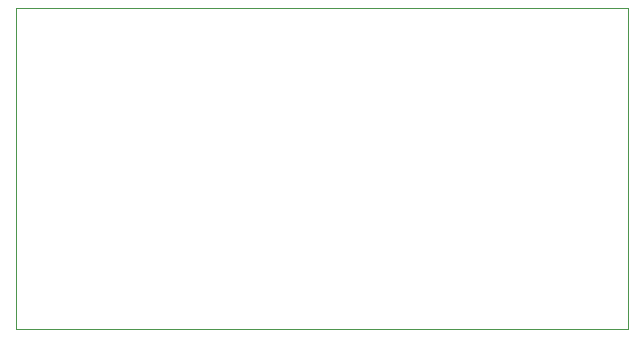
<source format=gbr>
%TF.GenerationSoftware,KiCad,Pcbnew,(5.1.10-1-10_14)*%
%TF.CreationDate,2021-10-16T23:36:31-04:00*%
%TF.ProjectId,address-register,61646472-6573-4732-9d72-656769737465,rev?*%
%TF.SameCoordinates,Original*%
%TF.FileFunction,Profile,NP*%
%FSLAX46Y46*%
G04 Gerber Fmt 4.6, Leading zero omitted, Abs format (unit mm)*
G04 Created by KiCad (PCBNEW (5.1.10-1-10_14)) date 2021-10-16 23:36:31*
%MOMM*%
%LPD*%
G01*
G04 APERTURE LIST*
%TA.AperFunction,Profile*%
%ADD10C,0.050000*%
%TD*%
G04 APERTURE END LIST*
D10*
X167640000Y-7874000D02*
X167894000Y-7874000D01*
X167640000Y-35052000D02*
X167640000Y-7874000D01*
X219456000Y-35052000D02*
X167640000Y-35052000D01*
X219456000Y-7874000D02*
X219456000Y-35052000D01*
X167894000Y-7874000D02*
X219456000Y-7874000D01*
M02*

</source>
